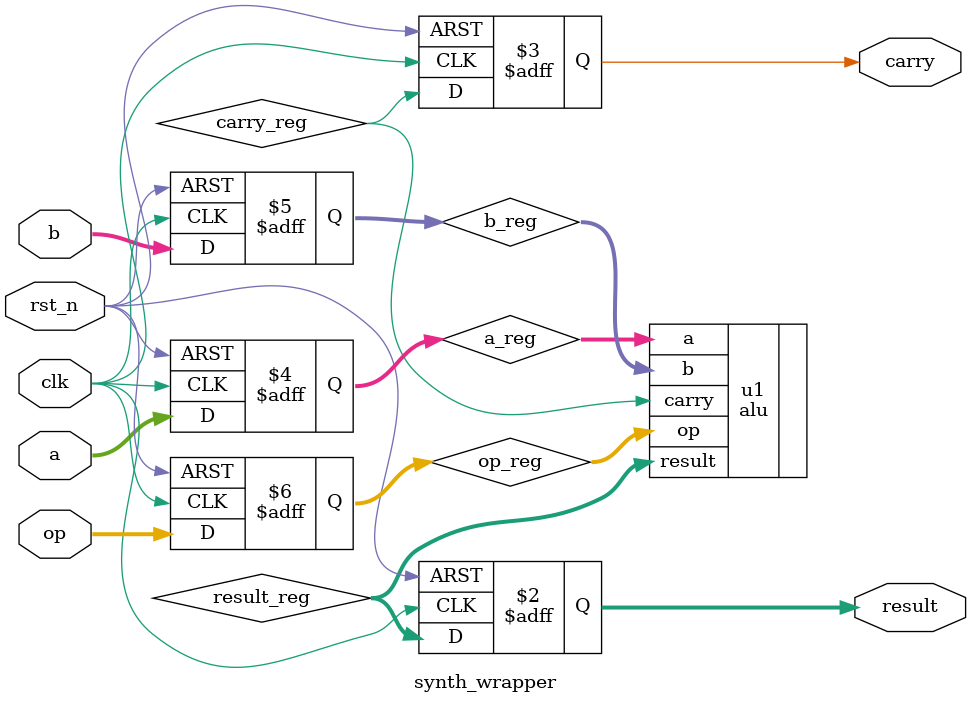
<source format=v>
module synth_wrapper(rst_n,clk,a,b,op,result,carry);

	input [3:0] a;
	input [3:0] b;
	input [2:0] op;
	input rst_n;
	input clk;

	output reg [3:0] result;
	output reg carry;
 
	reg [3:0] a_reg;
	reg [3:0] b_reg;
	reg [2:0] op_reg;
	wire [3:0] result_reg;
	wire carry_reg;

always@(posedge clk, posedge rst_n) begin
    if(rst_n) begin
       a_reg <= 4'h0;
       b_reg <= 4'h0;
       op_reg <= 3'h0;
       result <= 4'h0;
       carry <= 1'b0;
    end
	 
    else begin
       a_reg <= a;
       b_reg <= b;
       op_reg <= op;
       result <= result_reg;
       carry <= carry_reg;
    end
end 
	 alu u1(.a(a_reg), .b(b_reg), .op(op_reg), .result(result_reg), .carry(carry_reg));


endmodule
</source>
